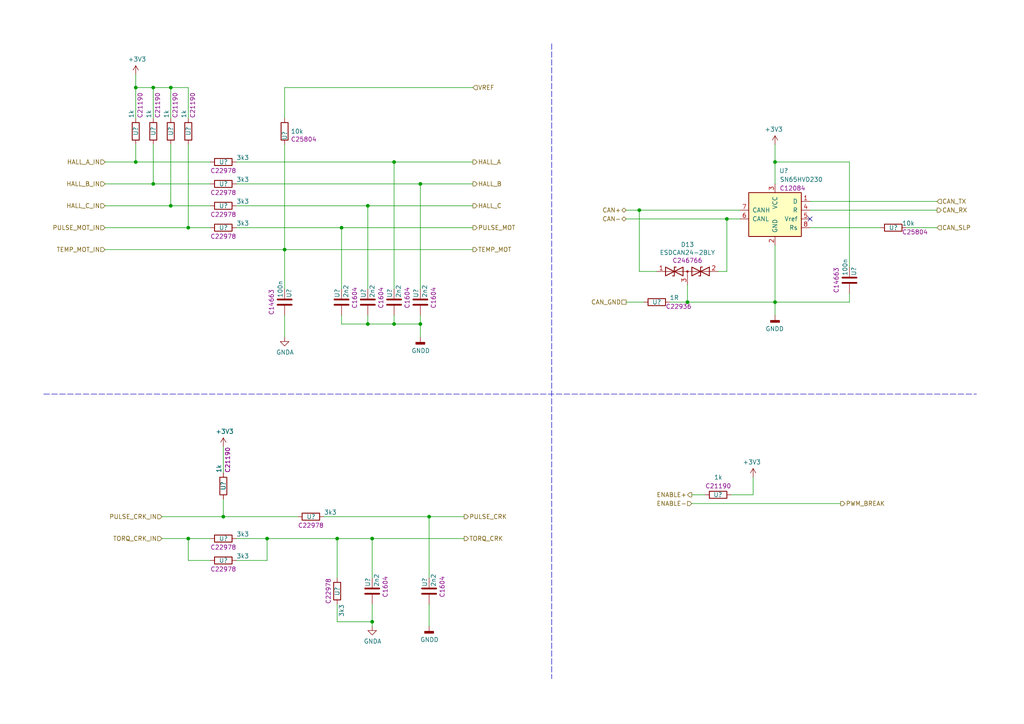
<source format=kicad_sch>
(kicad_sch (version 20211123) (generator eeschema)
  (paper "A4")
  (lib_symbols
    (symbol "Device:C" (pin_numbers hide) (pin_names (offset 0.254))
      (property "Reference" "C" (at 0.635 2.54 0))
      (property "Value" "C" (at 0.635 -2.54 0))
      (symbol "C_0_1"
        (polyline (pts (xy -2.032 -0.762) (xy 2.032 -0.762)) (stroke (width 0.508)))
        (polyline (pts (xy -2.032 0.762) (xy 2.032 0.762)) (stroke (width 0.508)))
      )
      (symbol "C_1_1"
        (pin passive line (at 0 3.81 270) (length 2.794) (name "~") (number "1"))
        (pin passive line (at 0 -3.81 90) (length 2.794) (name "~") (number "2"))
      )
    )
    (symbol "Device:D_TVS_Dual_AAC" (pin_names (offset 1.016) hide)
      (property "Reference" "D" (at 0 4.445 0))
      (property "Value" "D_TVS_Dual_AAC" (at 0 2.54 0))
      (symbol "D_TVS_Dual_AAC_0_0"
        (polyline (pts (xy 0 -1.27) (xy 0 0)))
      )
      (symbol "D_TVS_Dual_AAC_0_1"
        (polyline (pts (xy -6.35 0) (xy 6.35 0)))
        (polyline (pts (xy -3.302 1.27) (xy -3.81 1.27) (xy -3.81 -1.27) (xy -4.318 -1.27)) (stroke (width 0.254)))
        (polyline (pts (xy 4.318 1.27) (xy 3.81 1.27) (xy 3.81 -1.27) (xy 3.302 -1.27)) (stroke (width 0.254)))
        (polyline (pts (xy -6.35 1.27) (xy -1.27 -1.27) (xy -1.27 1.27) (xy -6.35 -1.27) (xy -6.35 1.27)) (stroke (width 0.254)))
        (polyline (pts (xy 6.35 1.27) (xy 1.27 -1.27) (xy 1.27 1.27) (xy 6.35 -1.27) (xy 6.35 1.27)) (stroke (width 0.254)))
        (circle (center 0 0) (radius 0.254) (fill (type outline)))
      )
      (symbol "D_TVS_Dual_AAC_1_1"
        (pin passive line (at -8.89 0 0) (length 2.54) (name "A1") (number "1"))
        (pin passive line (at 8.89 0 180) (length 2.54) (name "A2") (number "2"))
        (pin input line (at 0 -3.81 90) (length 2.54) (name "common") (number "3"))
      )
    )
    (symbol "Device:R" (pin_numbers hide) (pin_names (offset 0))
      (property "Reference" "R" (at 2.032 0 90))
      (property "Value" "R" (at 0 0 90))
      (symbol "R_0_1"
        (rectangle (start -1.016 -2.54) (end 1.016 2.54) (stroke (width 0.254)))
      )
      (symbol "R_1_1"
        (pin passive line (at 0 3.81 270) (length 1.27) (name "~") (number "1"))
        (pin passive line (at 0 -3.81 90) (length 1.27) (name "~") (number "2"))
      )
    )
    (symbol "Interface_CAN_LIN:SN65HVD230" (pin_names (offset 1.016))
      (property "Reference" "U" (at -2.54 10.16 0))
      (property "Value" "SN65HVD230" (at -2.54 7.62 0))
      (symbol "SN65HVD230_0_1"
        (rectangle (start -7.62 5.08) (end 7.62 -7.62) (stroke (width 0.254)) (fill (type background)))
      )
      (symbol "SN65HVD230_1_1"
        (pin input line (at -10.16 2.54 0) (length 2.54) (name "D") (number "1"))
        (pin power_in line (at 0 -10.16 90) (length 2.54) (name "GND") (number "2"))
        (pin power_in line (at 0 7.62 270) (length 2.54) (name "VCC") (number "3"))
        (pin output line (at -10.16 0 0) (length 2.54) (name "R") (number "4"))
        (pin output line (at -10.16 -2.54 0) (length 2.54) (name "Vref") (number "5"))
        (pin bidirectional line (at 10.16 -2.54 180) (length 2.54) (name "CANL") (number "6"))
        (pin bidirectional line (at 10.16 0 180) (length 2.54) (name "CANH") (number "7"))
        (pin input line (at -10.16 -5.08 0) (length 2.54) (name "Rs") (number "8"))
      )
    )
    (symbol "power:+3V3" (power) (pin_names (offset 0))
      (property "Value" "+3V3" (at 0 3.556 0))
      (symbol "+3V3_0_1"
        (polyline (pts (xy -0.762 1.27) (xy 0 2.54)))
        (polyline (pts (xy 0 0) (xy 0 2.54)))
        (polyline (pts (xy 0 2.54) (xy 0.762 1.27)))
      )
      (symbol "+3V3_1_1"
        (pin power_in line (at 0 0 90) (length 0) hide (name "+3V3") (number "1"))
      )
    )
    (symbol "power:GNDA" (power) (pin_names (offset 0))
      (property "Value" "GNDA" (at 0 -3.81 0))
      (symbol "GNDA_0_1"
        (polyline (pts (xy 0 0) (xy 0 -1.27) (xy 1.27 -1.27) (xy 0 -2.54) (xy -1.27 -1.27) (xy 0 -1.27)))
      )
      (symbol "GNDA_1_1"
        (pin power_in line (at 0 0 270) (length 0) hide (name "GNDA") (number "1"))
      )
    )
    (symbol "power:GNDD" (power) (pin_names (offset 0))
      (property "Value" "GNDD" (at 0 -3.175 0))
      (symbol "GNDD_0_1"
        (rectangle (start -1.27 -1.524) (end 1.27 -2.032) (stroke (width 0.254)) (fill (type outline)))
        (polyline (pts (xy 0 0) (xy 0 -1.524)))
      )
      (symbol "GNDD_1_1"
        (pin power_in line (at 0 0 270) (length 0) hide (name "GNDD") (number "1"))
      )
    )
  )
  (junction (at 106.68 59.69))
  (junction (at 224.79 46.99))
  (junction (at 199.39 87.63))
  (junction (at 39.37 25.4))
  (junction (at 82.55 72.39))
  (junction (at 121.92 93.98))
  (junction (at 121.92 53.34))
  (junction (at 210.82 63.5))
  (junction (at 107.95 180.34))
  (junction (at 124.46 149.86))
  (junction (at 44.45 25.4))
  (junction (at 49.53 25.4))
  (junction (at 39.37 46.99))
  (junction (at 49.53 59.69))
  (junction (at 106.68 93.98))
  (junction (at 64.77 149.86))
  (junction (at 44.45 53.34))
  (junction (at 114.3 46.99))
  (junction (at 107.95 156.21))
  (junction (at 97.79 156.21))
  (junction (at 224.79 87.63))
  (junction (at 77.47 156.21))
  (junction (at 54.61 66.04))
  (junction (at 114.3 93.98))
  (junction (at 54.61 156.21))
  (junction (at 185.42 60.96))
  (junction (at 99.06 66.04))
  (no_connect (at 234.95 63.5))
  (wire (pts (xy 97.79 180.34) (xy 107.95 180.34)))
  (wire (pts (xy 54.61 34.29) (xy 54.61 25.4)))
  (wire (pts (xy 82.55 72.39) (xy 137.16 72.39)))
  (wire (pts (xy 185.42 60.96) (xy 214.63 60.96)))
  (wire (pts (xy 185.42 78.74) (xy 190.5 78.74)))
  (wire (pts (xy 107.95 156.21) (xy 107.95 167.64)))
  (wire (pts (xy 194.31 87.63) (xy 199.39 87.63)))
  (wire (pts (xy 39.37 46.99) (xy 30.48 46.99)))
  (wire (pts (xy 199.39 87.63) (xy 224.79 87.63)))
  (wire (pts (xy 77.47 162.56) (xy 77.47 156.21)))
  (wire (pts (xy 44.45 53.34) (xy 30.48 53.34)))
  (wire (pts (xy 68.58 162.56) (xy 77.47 162.56)))
  (wire (pts (xy 181.61 87.63) (xy 186.69 87.63)))
  (wire (pts (xy 49.53 59.69) (xy 49.53 41.91)))
  (wire (pts (xy 82.55 34.29) (xy 82.55 25.4)))
  (polyline (pts (xy 12.7 114.3) (xy 283.21 114.3)))
  (wire (pts (xy 107.95 180.34) (xy 107.95 181.61)))
  (wire (pts (xy 124.46 175.26) (xy 124.46 181.61)))
  (wire (pts (xy 68.58 53.34) (xy 121.92 53.34)))
  (wire (pts (xy 224.79 46.99) (xy 224.79 53.34)))
  (wire (pts (xy 181.61 63.5) (xy 210.82 63.5)))
  (wire (pts (xy 255.27 66.04) (xy 234.95 66.04)))
  (wire (pts (xy 99.06 66.04) (xy 99.06 83.82)))
  (wire (pts (xy 114.3 46.99) (xy 114.3 83.82)))
  (wire (pts (xy 185.42 60.96) (xy 181.61 60.96)))
  (wire (pts (xy 44.45 25.4) (xy 39.37 25.4)))
  (wire (pts (xy 262.89 66.04) (xy 271.78 66.04)))
  (wire (pts (xy 77.47 156.21) (xy 68.58 156.21)))
  (polyline (pts (xy 160.02 12.7) (xy 160.02 196.85)))
  (wire (pts (xy 106.68 93.98) (xy 114.3 93.98)))
  (wire (pts (xy 224.79 87.63) (xy 224.79 91.44)))
  (wire (pts (xy 121.92 93.98) (xy 121.92 97.79)))
  (wire (pts (xy 246.38 87.63) (xy 224.79 87.63)))
  (wire (pts (xy 106.68 59.69) (xy 106.68 83.82)))
  (wire (pts (xy 234.95 58.42) (xy 271.78 58.42)))
  (wire (pts (xy 185.42 60.96) (xy 185.42 78.74)))
  (wire (pts (xy 68.58 46.99) (xy 114.3 46.99)))
  (wire (pts (xy 208.28 78.74) (xy 210.82 78.74)))
  (wire (pts (xy 64.77 144.78) (xy 64.77 149.86)))
  (wire (pts (xy 68.58 66.04) (xy 99.06 66.04)))
  (wire (pts (xy 124.46 149.86) (xy 124.46 167.64)))
  (wire (pts (xy 210.82 63.5) (xy 214.63 63.5)))
  (wire (pts (xy 121.92 53.34) (xy 137.16 53.34)))
  (wire (pts (xy 39.37 34.29) (xy 39.37 25.4)))
  (wire (pts (xy 246.38 46.99) (xy 246.38 77.47)))
  (wire (pts (xy 64.77 129.54) (xy 64.77 137.16)))
  (wire (pts (xy 39.37 41.91) (xy 39.37 46.99)))
  (wire (pts (xy 114.3 93.98) (xy 121.92 93.98)))
  (wire (pts (xy 49.53 59.69) (xy 60.96 59.69)))
  (wire (pts (xy 107.95 156.21) (xy 134.62 156.21)))
  (wire (pts (xy 82.55 72.39) (xy 82.55 83.82)))
  (wire (pts (xy 97.79 156.21) (xy 77.47 156.21)))
  (wire (pts (xy 82.55 25.4) (xy 137.16 25.4)))
  (wire (pts (xy 97.79 167.64) (xy 97.79 156.21)))
  (wire (pts (xy 97.79 175.26) (xy 97.79 180.34)))
  (wire (pts (xy 99.06 66.04) (xy 137.16 66.04)))
  (wire (pts (xy 49.53 25.4) (xy 44.45 25.4)))
  (wire (pts (xy 200.66 146.05) (xy 243.84 146.05)))
  (wire (pts (xy 114.3 46.99) (xy 137.16 46.99)))
  (wire (pts (xy 124.46 149.86) (xy 134.62 149.86)))
  (wire (pts (xy 199.39 82.55) (xy 199.39 87.63)))
  (wire (pts (xy 106.68 91.44) (xy 106.68 93.98)))
  (wire (pts (xy 39.37 25.4) (xy 39.37 21.59)))
  (wire (pts (xy 246.38 85.09) (xy 246.38 87.63)))
  (wire (pts (xy 60.96 46.99) (xy 39.37 46.99)))
  (wire (pts (xy 54.61 66.04) (xy 30.48 66.04)))
  (wire (pts (xy 224.79 46.99) (xy 246.38 46.99)))
  (wire (pts (xy 49.53 59.69) (xy 30.48 59.69)))
  (wire (pts (xy 210.82 78.74) (xy 210.82 63.5)))
  (wire (pts (xy 82.55 41.91) (xy 82.55 72.39)))
  (wire (pts (xy 44.45 34.29) (xy 44.45 25.4)))
  (wire (pts (xy 44.45 53.34) (xy 60.96 53.34)))
  (wire (pts (xy 54.61 25.4) (xy 49.53 25.4)))
  (wire (pts (xy 106.68 59.69) (xy 137.16 59.69)))
  (wire (pts (xy 54.61 66.04) (xy 54.61 41.91)))
  (wire (pts (xy 82.55 72.39) (xy 30.48 72.39)))
  (wire (pts (xy 60.96 156.21) (xy 54.61 156.21)))
  (wire (pts (xy 99.06 93.98) (xy 106.68 93.98)))
  (wire (pts (xy 121.92 91.44) (xy 121.92 93.98)))
  (wire (pts (xy 93.98 149.86) (xy 124.46 149.86)))
  (wire (pts (xy 107.95 175.26) (xy 107.95 180.34)))
  (wire (pts (xy 99.06 91.44) (xy 99.06 93.98)))
  (wire (pts (xy 224.79 71.12) (xy 224.79 87.63)))
  (wire (pts (xy 54.61 162.56) (xy 60.96 162.56)))
  (wire (pts (xy 234.95 60.96) (xy 271.78 60.96)))
  (wire (pts (xy 82.55 91.44) (xy 82.55 97.79)))
  (wire (pts (xy 224.79 41.91) (xy 224.79 46.99)))
  (wire (pts (xy 46.99 149.86) (xy 64.77 149.86)))
  (wire (pts (xy 60.96 66.04) (xy 54.61 66.04)))
  (wire (pts (xy 218.44 143.51) (xy 218.44 138.43)))
  (wire (pts (xy 64.77 149.86) (xy 86.36 149.86)))
  (wire (pts (xy 107.95 156.21) (xy 97.79 156.21)))
  (wire (pts (xy 49.53 34.29) (xy 49.53 25.4)))
  (wire (pts (xy 212.09 143.51) (xy 218.44 143.51)))
  (wire (pts (xy 68.58 59.69) (xy 106.68 59.69)))
  (wire (pts (xy 121.92 53.34) (xy 121.92 83.82)))
  (wire (pts (xy 54.61 156.21) (xy 46.99 156.21)))
  (wire (pts (xy 200.66 143.51) (xy 204.47 143.51)))
  (wire (pts (xy 54.61 156.21) (xy 54.61 162.56)))
  (wire (pts (xy 44.45 41.91) (xy 44.45 53.34)))
  (wire (pts (xy 114.3 91.44) (xy 114.3 93.98)))
  (hierarchical_label "PULSE_MOT" (shape output) (at 137.16 66.04 0))
  (hierarchical_label "HALL_A" (shape output) (at 137.16 46.99 0))
  (hierarchical_label "HALL_B_IN" (shape input) (at 30.48 53.34 180))
  (hierarchical_label "CAN_SLP" (shape input) (at 271.78 66.04 0))
  (hierarchical_label "TEMP_MOT_IN" (shape input) (at 30.48 72.39 180))
  (hierarchical_label "ENABLE-" (shape input) (at 200.66 146.05 180))
  (hierarchical_label "HALL_B" (shape output) (at 137.16 53.34 0))
  (hierarchical_label "CAN_RX" (shape output) (at 271.78 60.96 0))
  (hierarchical_label "HALL_C" (shape output) (at 137.16 59.69 0))
  (hierarchical_label "CAN+" (shape bidirectional) (at 181.61 60.96 180))
  (hierarchical_label "HALL_A_IN" (shape input) (at 30.48 46.99 180))
  (hierarchical_label "VREF" (shape input) (at 137.16 25.4 0))
  (hierarchical_label "PWM_BREAK" (shape output) (at 243.84 146.05 0))
  (hierarchical_label "CAN_GND" (shape passive) (at 181.61 87.63 180))
  (hierarchical_label "TORQ_CRK_IN" (shape input) (at 46.99 156.21 180))
  (hierarchical_label "TEMP_MOT" (shape output) (at 137.16 72.39 0))
  (hierarchical_label "PULSE_MOT_IN" (shape input) (at 30.48 66.04 180))
  (hierarchical_label "PULSE_CRK_IN" (shape input) (at 46.99 149.86 180))
  (hierarchical_label "ENABLE+" (shape output) (at 200.66 143.51 180))
  (hierarchical_label "HALL_C_IN" (shape input) (at 30.48 59.69 180))
  (hierarchical_label "PULSE_CRK" (shape output) (at 134.62 149.86 0))
  (hierarchical_label "TORQ_CRK" (shape output) (at 134.62 156.21 0))
  (hierarchical_label "CAN-" (shape bidirectional) (at 181.61 63.5 180))
  (hierarchical_label "CAN_TX" (shape input) (at 271.78 58.42 0))
  (symbol (lib_id "Device:C") (at 99.06 87.63 0) (unit 1)
    (property "Reference" "U?" (at 97.79 86.36 90) (effects (justify left)))
    (property "Value" "2n2" (at 100.33 86.36 90) (effects (justify left)))
    (property "Footprint" "Capacitor_SMD:C_0603_1608Metric" (effects hide))
    (property "LCSC#" "C1604" (at 102.87 86.36 90))
  )
  (symbol (lib_id "Device:C") (at 106.68 87.63 0) (unit 1)
    (property "Reference" "U?" (at 105.41 86.36 90) (effects (justify left)))
    (property "Value" "2n2" (at 107.95 86.36 90) (effects (justify left)))
    (property "Footprint" "Capacitor_SMD:C_0603_1608Metric" (effects hide))
    (property "LCSC#" "C1604" (at 110.49 86.36 90))
  )
  (symbol (lib_id "Device:C") (at 121.92 87.63 0) (unit 1)
    (property "Reference" "U?" (at 120.65 86.36 90) (effects (justify left)))
    (property "Value" "2n2" (at 123.19 86.36 90) (effects (justify left)))
    (property "Footprint" "Capacitor_SMD:C_0603_1608Metric" (effects hide))
    (property "LCSC#" "C1604" (at 125.73 86.36 90))
  )
  (symbol (lib_id "power:GNDD") (at 121.92 97.79 0) (unit 1)
    (property "Reference" "U?" (effects hide))
    (property "Value" "GNDD" (at 122.0216 101.727 0))
  )
  (symbol (lib_id "Device:R") (at 64.77 66.04 270) (unit 1)
    (property "Reference" "U?" (at 63.5 66.04 90) (effects (justify left)))
    (property "Value" "3k3" (at 68.58 64.77 90) (effects (justify left)))
    (property "Footprint" "Resistor_SMD:R_0603_1608Metric" (effects hide))
    (property "LCSC#" "C22978" (at 64.77 68.58 90))
  )
  (symbol (lib_id "Device:R") (at 64.77 59.69 270) (unit 1)
    (property "Reference" "U?" (at 63.5 59.69 90) (effects (justify left)))
    (property "Value" "3k3" (at 68.58 58.42 90) (effects (justify left)))
    (property "Footprint" "Resistor_SMD:R_0603_1608Metric" (effects hide))
    (property "LCSC#" "C22978" (at 64.77 62.23 90))
  )
  (symbol (lib_id "Device:R") (at 64.77 53.34 270) (unit 1)
    (property "Reference" "U?" (at 63.5 53.34 90) (effects (justify left)))
    (property "Value" "3k3" (at 68.58 52.07 90) (effects (justify left)))
    (property "Footprint" "Resistor_SMD:R_0603_1608Metric" (effects hide))
    (property "LCSC#" "C22978" (at 64.77 55.88 90))
  )
  (symbol (lib_id "Device:R") (at 44.45 38.1 0) (unit 1)
    (property "Reference" "U?" (at 44.45 39.37 90) (effects (justify left)))
    (property "Value" "1k" (at 43.18 34.29 90) (effects (justify left)))
    (property "Footprint" "Resistor_SMD:R_0603_1608Metric" (effects hide))
    (property "LCSC#" "C21190" (at 45.72 34.29 90) (effects (justify left)))
  )
  (symbol (lib_id "Device:R") (at 49.53 38.1 0) (unit 1)
    (property "Reference" "U?" (at 49.53 39.37 90) (effects (justify left)))
    (property "Value" "1k" (at 48.26 34.29 90) (effects (justify left)))
    (property "Footprint" "Resistor_SMD:R_0603_1608Metric" (effects hide))
    (property "LCSC#" "C21190" (at 50.8 34.29 90) (effects (justify left)))
  )
  (symbol (lib_id "Device:R") (at 54.61 38.1 0) (unit 1)
    (property "Reference" "U?" (at 54.61 39.37 90) (effects (justify left)))
    (property "Value" "1k" (at 53.34 34.29 90) (effects (justify left)))
    (property "Footprint" "Resistor_SMD:R_0603_1608Metric" (effects hide))
    (property "LCSC#" "C21190" (at 55.88 34.29 90) (effects (justify left)))
  )
  (symbol (lib_id "Device:R") (at 39.37 38.1 0) (unit 1)
    (property "Reference" "U?" (at 39.37 39.37 90) (effects (justify left)))
    (property "Value" "1k" (at 38.1 34.29 90) (effects (justify left)))
    (property "Footprint" "Resistor_SMD:R_0603_1608Metric" (effects hide))
    (property "LCSC#" "C21190" (at 40.64 34.29 90) (effects (justify left)))
  )
  (symbol (lib_id "Device:C") (at 114.3 87.63 0) (unit 1)
    (property "Reference" "U?" (at 113.03 86.36 90) (effects (justify left)))
    (property "Value" "2n2" (at 115.57 86.36 90) (effects (justify left)))
    (property "Footprint" "Capacitor_SMD:C_0603_1608Metric" (effects hide))
    (property "LCSC#" "C1604" (at 118.11 86.36 90))
  )
  (symbol (lib_id "Device:R") (at 64.77 46.99 270) (unit 1)
    (property "Reference" "U?" (at 63.5 46.99 90) (effects (justify left)))
    (property "Value" "3k3" (at 68.58 45.72 90) (effects (justify left)))
    (property "Footprint" "Resistor_SMD:R_0603_1608Metric" (effects hide))
    (property "LCSC#" "C22978" (at 64.77 49.53 90))
  )
  (symbol (lib_id "power:GNDA") (at 82.55 97.79 0) (unit 1)
    (property "Reference" "U?" (effects hide))
    (property "Value" "GNDA" (at 82.677 102.1842 0))
  )
  (symbol (lib_id "Device:R") (at 82.55 38.1 0) (unit 1)
    (property "Reference" "U?" (at 82.55 40.64 90) (effects (justify left)))
    (property "Value" "10k" (at 84.328 38.1 0) (effects (justify left)))
    (property "Footprint" "Resistor_SMD:R_0603_1608Metric" (effects hide))
    (property "LCSC#" "C25804" (at 84.328 40.4114 0) (effects (justify left)))
  )
  (symbol (lib_id "Device:C") (at 82.55 87.63 0) (mirror y) (unit 1)
    (property "Reference" "U?" (at 83.82 86.36 90) (effects (justify left)))
    (property "Value" "100n" (at 81.28 86.36 90) (effects (justify left)))
    (property "Footprint" "Capacitor_SMD:C_0603_1608Metric" (effects hide))
    (property "LCSC#" "C14663" (at 78.74 87.63 90))
  )
  (symbol (lib_id "Device:C") (at 124.46 171.45 0) (unit 1)
    (property "Reference" "U?" (at 123.19 170.18 90) (effects (justify left)))
    (property "Value" "2n2" (at 125.73 170.18 90) (effects (justify left)))
    (property "Footprint" "Capacitor_SMD:C_0603_1608Metric" (effects hide))
    (property "LCSC#" "C1604" (at 128.27 170.18 90))
  )
  (symbol (lib_id "Device:R") (at 90.17 149.86 270) (unit 1)
    (property "Reference" "U?" (at 88.9 149.86 90) (effects (justify left)))
    (property "Value" "3k3" (at 93.98 148.59 90) (effects (justify left)))
    (property "Footprint" "Resistor_SMD:R_0603_1608Metric" (effects hide))
    (property "LCSC#" "C22978" (at 90.17 152.4 90))
  )
  (symbol (lib_id "power:GNDA") (at 107.95 181.61 0) (unit 1)
    (property "Reference" "U?" (effects hide))
    (property "Value" "GNDA" (at 108.077 186.0042 0))
  )
  (symbol (lib_id "power:GNDD") (at 124.46 181.61 0) (unit 1)
    (property "Reference" "U?" (effects hide))
    (property "Value" "GNDD" (at 124.5616 185.547 0))
  )
  (symbol (lib_id "Device:R") (at 64.77 140.97 0) (unit 1)
    (property "Reference" "U?" (at 64.77 142.24 90) (effects (justify left)))
    (property "Value" "1k" (at 63.5 137.16 90) (effects (justify left)))
    (property "Footprint" "Resistor_SMD:R_0603_1608Metric" (effects hide))
    (property "LCSC#" "C21190" (at 66.04 137.16 90) (effects (justify left)))
  )
  (symbol (lib_id "Device:R") (at 64.77 156.21 270) (unit 1)
    (property "Reference" "U?" (at 63.5 156.21 90) (effects (justify left)))
    (property "Value" "3k3" (at 68.58 154.94 90) (effects (justify left)))
    (property "Footprint" "Resistor_SMD:R_0603_1608Metric" (effects hide))
    (property "LCSC#" "C22978" (at 64.77 158.75 90))
  )
  (symbol (lib_id "Device:R") (at 64.77 162.56 270) (unit 1)
    (property "Reference" "U?" (at 63.5 162.56 90) (effects (justify left)))
    (property "Value" "3k3" (at 68.58 161.29 90) (effects (justify left)))
    (property "Footprint" "Resistor_SMD:R_0603_1608Metric" (effects hide))
    (property "LCSC#" "C22978" (at 64.77 165.1 90))
  )
  (symbol (lib_id "Device:R") (at 97.79 171.45 180) (unit 1)
    (property "Reference" "U?" (at 97.79 170.18 90) (effects (justify left)))
    (property "Value" "3k3" (at 99.06 175.26 90) (effects (justify left)))
    (property "Footprint" "Resistor_SMD:R_0603_1608Metric" (effects hide))
    (property "LCSC#" "C22978" (at 95.25 171.45 90))
  )
  (symbol (lib_id "Device:C") (at 107.95 171.45 0) (unit 1)
    (property "Reference" "U?" (at 106.68 170.18 90) (effects (justify left)))
    (property "Value" "2n2" (at 109.22 170.18 90) (effects (justify left)))
    (property "Footprint" "Capacitor_SMD:C_0603_1608Metric" (effects hide))
    (property "LCSC#" "C1604" (at 111.76 170.18 90))
  )
  (symbol (lib_id "power:GNDD") (at 224.79 91.44 0) (mirror y) (unit 1)
    (property "Reference" "U?" (effects hide))
    (property "Value" "GNDD" (at 224.6884 95.377 0))
  )
  (symbol (lib_id "power:+3V3") (at 224.79 41.91 0) (mirror y) (unit 1)
    (property "Reference" "U?" (effects hide))
    (property "Value" "+3V3" (at 224.409 37.5158 0))
  )
  (symbol (lib_id "Device:C") (at 246.38 81.28 0) (mirror y) (unit 1)
    (property "Reference" "U?" (at 247.65 80.01 90) (effects (justify left)))
    (property "Value" "100n" (at 245.11 80.01 90) (effects (justify left)))
    (property "Footprint" "Capacitor_SMD:C_0603_1608Metric" (effects hide))
    (property "LCSC#" "C14663" (at 242.57 81.28 90))
  )
  (symbol (lib_id "Device:R") (at 208.28 143.51 90) (unit 1)
    (property "Reference" "U?" (at 209.55 143.51 90) (effects (justify left)))
    (property "Value" "1k" (at 209.55 138.43 90) (effects (justify left)))
    (property "Footprint" "Resistor_SMD:R_0603_1608Metric" (effects hide))
    (property "LCSC#" "C21190" (at 212.09 140.97 90) (effects (justify left)))
  )
  (symbol (lib_id "power:+3V3") (at 218.44 138.43 0) (mirror y) (unit 1)
    (property "Reference" "U?" (effects hide))
    (property "Value" "+3V3" (at 218.059 134.0358 0))
  )
  (symbol (lib_id "Device:D_TVS_Dual_AAC") (at 199.39 78.74 0) (unit 1)
    (property "Reference" "D13" (at 199.39 70.9422 0))
    (property "Value" "ESDCAN24-2BLY" (at 199.39 73.2536 0))
    (property "Footprint" "Package_TO_SOT_SMD:SOT-23" (effects hide))
    (property "LCSC#" "C246766" (at 199.39 75.565 0))
  )
  (symbol (lib_id "Interface_CAN_LIN:SN65HVD230") (at 224.79 60.96 0) (mirror y) (unit 1)
    (property "Reference" "U?" (at 227.33 49.53 0))
    (property "Value" "SN65HVD230" (at 232.41 52.07 0))
    (property "Footprint" "Package_SO:SOIC-8_3.9x4.9mm_P1.27mm" (effects hide))
    (property "Datasheet" "http://www.ti.com/lit/ds/symlink/sn65hvd230.pdf" (effects hide))
    (property "LCSC#" "C12084" (at 229.87 54.61 0))
  )
  (symbol (lib_id "Device:R") (at 259.08 66.04 270) (unit 1)
    (property "Reference" "U?" (at 257.81 66.04 90) (effects (justify left)))
    (property "Value" "10k" (at 261.62 64.77 90) (effects (justify left)))
    (property "Footprint" "Resistor_SMD:R_0603_1608Metric" (effects hide))
    (property "LCSC#" "C25804" (at 261.62 67.31 90) (effects (justify left)))
  )
  (symbol (lib_id "power:+3V3") (at 39.37 21.59 0) (unit 1)
    (property "Reference" "#PWR0109" (effects hide))
    (property "Value" "+3V3" (at 39.751 17.1958 0))
  )
  (symbol (lib_id "power:+3V3") (at 64.77 129.54 0) (unit 1)
    (property "Reference" "#PWR0110" (effects hide))
    (property "Value" "+3V3" (at 65.151 125.1458 0))
  )
  (symbol (lib_id "Device:R") (at 190.5 87.63 270) (unit 1)
    (property "Reference" "U?" (at 190.5 87.63 90))
    (property "Value" "1R" (at 195.58 86.36 90))
    (property "Footprint" "Resistor_SMD:R_0603_1608Metric" (effects hide))
    (property "LCSC#" "C22936" (at 196.85 88.9 90))
  )
)
</source>
